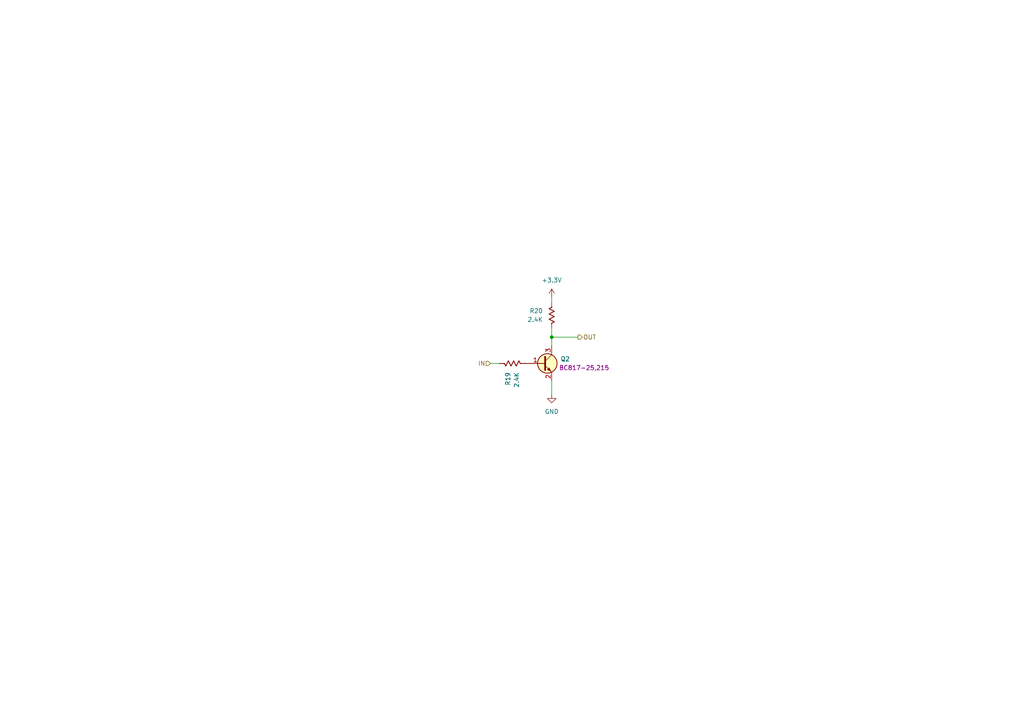
<source format=kicad_sch>
(kicad_sch (version 20250114) (generator "eeschema") (generator_version "9.0")
  (paper "A4")
  (lib_symbols
    (symbol "GP8211S-TC50:R_0603" (pin_numbers (hide yes)) (pin_names (offset 0))
      (property "Reference" "R" (at 2.54 1.27 0))
      (property "Value" "R_0603" (at 2.54 -1.27 0))
      (symbol "R_0603_0_1"
        (polyline (pts (xy 0 2.286) (xy 0 2.54)) (stroke (width 0.254)))
        (polyline (pts (xy 0 2.286) (xy 0.762 1.905) (xy -0.762 1.143) (xy 0 0.762) (xy 0.762 0.381) (xy 0 0) (xy -0.762 -0.381) (xy 0 -0.762) (xy 0.762 -1.143) (xy 0 -1.524) (xy -0.762 -1.905) (xy 0 -2.286)) (stroke (width 0.254)))
        (polyline (pts (xy 0 -2.286) (xy 0 -2.54)) (stroke (width 0.254)))
      )
      (symbol "R_0603_0_2"
        (polyline (pts (xy -2.54 -2.54) (xy -1.778 -1.778)))
        (polyline (pts (xy -1.778 -1.778) (xy -1.524 -1.524)) (stroke (width 0.254)))
        (polyline (pts (xy -1.524 -1.524) (xy -1.778 -0.762) (xy -1.016 -1.016)) (stroke (width 0.254)))
        (polyline (pts (xy -0.508 -0.508) (xy -0.762 0.254) (xy 0 0)) (stroke (width 0.254)))
        (polyline (pts (xy -0.508 -0.508) (xy -0.254 -1.27) (xy -1.016 -1.016)) (stroke (width 0.254)))
        (polyline (pts (xy 0.508 0.508) (xy 0.254 1.27) (xy 1.016 1.016)) (stroke (width 0.254)))
        (polyline (pts (xy 0.508 0.508) (xy 0.762 -0.254) (xy 0 0)) (stroke (width 0.254)))
        (polyline (pts (xy 1.524 1.524) (xy 1.778 0.762) (xy 1.016 1.016)) (stroke (width 0.254)))
        (polyline (pts (xy 1.778 1.778) (xy 1.524 1.524)) (stroke (width 0.254)))
        (polyline (pts (xy 1.778 1.778) (xy 2.54 2.54)))
      )
      (symbol "R_0603_1_1"
        (pin passive line (at 0 3.81 270) (length 1.27) (name "~") (number "1"))
        (pin passive line (at 0 -3.81 90) (length 1.27) (name "~") (number "2"))
      )
      (symbol "R_0603_1_2"
        (pin passive line (at -2.54 -2.54 0) (length 0) (name "") (number "2"))
        (pin passive line (at 2.54 2.54 180) (length 0) (name "") (number "1"))
      )
    )
    (symbol "Transistor_BJT_AKL:BFN26" (pin_names (hide yes))
      (property "Reference" "Q" (at 5.08 1.27 0))
      (property "Value" "BFN26" (at 5.08 -1.27 0))
      (symbol "BFN26_0_1"
        (polyline (pts (xy 0.635 1.905) (xy 0.635 -1.905) (xy 0.635 -1.905)) (stroke (width 0.508)))
        (polyline (pts (xy 0.635 0.635) (xy 2.54 2.54)))
        (polyline (pts (xy 0.635 -0.635) (xy 2.54 -2.54) (xy 2.54 -2.54)))
        (circle (center 1.27 0) (radius 2.8194) (stroke (width 0.254)) (fill (type background)))
        (polyline (pts (xy 1.27 -1.778) (xy 1.778 -1.27) (xy 2.286 -2.286) (xy 1.27 -1.778) (xy 1.27 -1.778)) (fill (type outline)))
      )
      (symbol "BFN26_1_1"
        (pin input line (at -5.08 0 0) (length 5.715) (name "B") (number "1"))
        (pin passive line (at 2.54 5.08 270) (length 2.54) (name "C") (number "3"))
        (pin passive line (at 2.54 -5.08 90) (length 2.54) (name "E") (number "2"))
      )
    )
    (symbol "power:+3.3V" (power) (pin_numbers (hide yes)) (pin_names (offset 0) (hide yes))
      (property "Value" "+3.3V" (at 0 3.556 0))
      (symbol "+3.3V_0_1"
        (polyline (pts (xy -0.762 1.27) (xy 0 2.54)))
        (polyline (pts (xy 0 2.54) (xy 0.762 1.27)))
        (polyline (pts (xy 0 0) (xy 0 2.54)))
      )
      (symbol "+3.3V_1_1"
        (pin power_in line (at 0 0 90) (length 0) (name "~") (number "1"))
      )
    )
    (symbol "power:GND" (power) (pin_numbers (hide yes)) (pin_names (offset 0) (hide yes))
      (property "Value" "GND" (at 0 -3.81 0))
      (symbol "GND_0_1"
        (polyline (pts (xy 0 0) (xy 0 -1.27) (xy 1.27 -1.27) (xy 0 -2.54) (xy -1.27 -1.27) (xy 0 -1.27)))
      )
      (symbol "GND_1_1"
        (pin power_in line (at 0 0 270) (length 0) (name "~") (number "1"))
      )
    )
  )
  (junction (at 160.02 97.79))
  (wire (pts (xy 160.02 97.79) (xy 167.64 97.79)))
  (wire (pts (xy 142.24 105.41) (xy 144.78 105.41)))
  (wire (pts (xy 160.02 95.25) (xy 160.02 97.79)))
  (wire (pts (xy 160.02 86.36) (xy 160.02 87.63)))
  (wire (pts (xy 160.02 110.49) (xy 160.02 114.3)))
  (wire (pts (xy 160.02 97.79) (xy 160.02 100.33)))
  (hierarchical_label "IN" (shape input) (at 142.24 105.41 180))
  (hierarchical_label "OUT" (shape output) (at 167.64 97.79 0))
  (symbol (lib_id "power:GND") (at 160.02 114.3 0) (unit 1)
    (property "Reference" "#PWR036" (effects (hide yes)))
    (property "Value" "GND" (at 160.02 119.38 0))
    (property "Description" "Power symbol creates a global label with name \"GND\" , ground" (effects (hide yes)))
  )
  (symbol (lib_id "GP8211S-TC50:R_0603") (at 148.59 105.41 270) (mirror x) (unit 1)
    (property "Reference" "R19" (at 147.3199 107.95 0) (effects (justify right)))
    (property "Value" "2.4K" (at 149.8599 107.95 0) (effects (justify right)))
    (property "Footprint" "PCM_Resistor_SMD_AKL:R_0603_1608Metric" (effects (hide yes)))
    (property "Description" "SMD 0603 Chip Resistor, US Symbol, Alternate KiCad Library" (effects (hide yes)))
  )
  (symbol (lib_id "power:+3.3V") (at 160.02 86.36 0) (unit 1)
    (property "Reference" "#PWR035" (effects (hide yes)))
    (property "Value" "+3.3V" (at 160.02 81.28 0))
    (property "Description" "Power symbol creates a global label with name \"+3.3V\"" (effects (hide yes)))
  )
  (symbol (lib_id "GP8211S-TC50:R_0603") (at 160.02 91.44 0) (mirror x) (unit 1)
    (property "Reference" "R20" (at 157.48 90.1699 0) (effects (justify right)))
    (property "Value" "2.4K" (at 157.48 92.7099 0) (effects (justify right)))
    (property "Footprint" "PCM_Resistor_SMD_AKL:R_0603_1608Metric" (effects (hide yes)))
    (property "Description" "SMD 0603 Chip Resistor, US Symbol, Alternate KiCad Library" (effects (hide yes)))
  )
  (symbol (lib_id "Transistor_BJT_AKL:BFN26") (at 157.48 105.41 0) (unit 1)
    (property "Reference" "Q2" (at 162.56 104.1399 0) (effects (justify left)))
    (property "Value" "BFN26" (effects (hide yes)))
    (property "Footprint" "Package_TO_SOT_SMD_AKL:SOT-23" (effects (hide yes)))
    (property "Datasheet" "https://www.tme.eu/Document/43310f91a0e397761035f1d1abdd24c6/BFN24.pdf" (effects (hide yes)))
    (property "Description" "NPN SOT-23 high voltage transistor, 300V, 200mA, 360mW, Alternate KiCAD Library" (effects (hide yes)))
    (property "Part number" "BC817-25,215" (at 169.418 106.68 0))
  )
)
</source>
